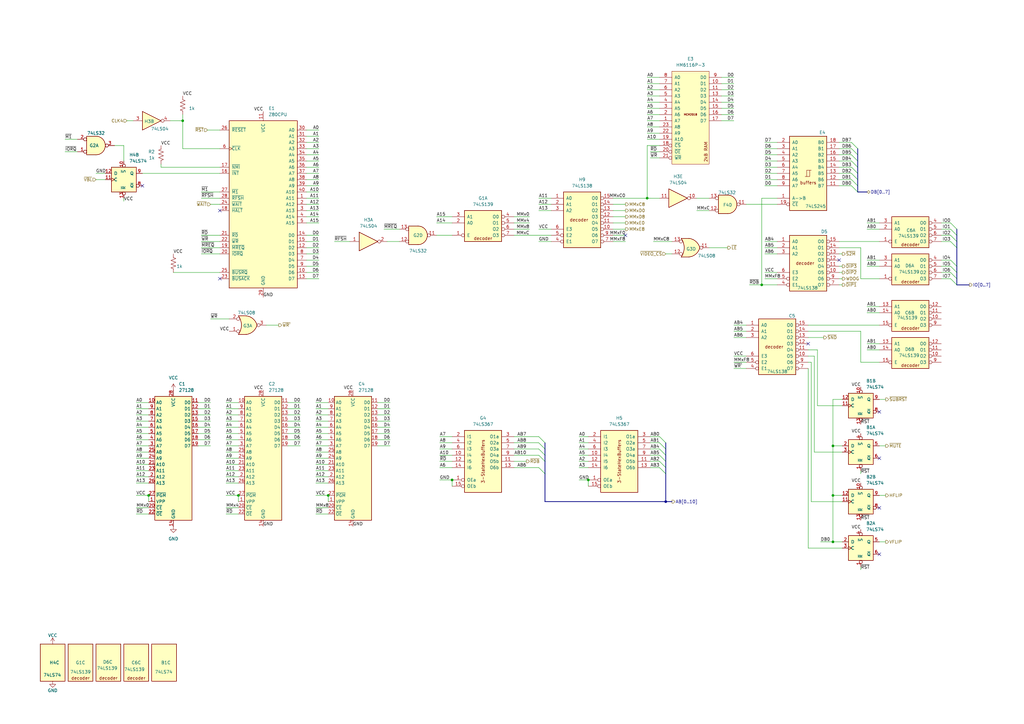
<source format=kicad_sch>
(kicad_sch (version 20231120) (generator "eeschema") (generator_version "8.0")
  (paper "A3")
  (title_block (title "Main CPU") (date "2024-10-12") (company "JOTEGO") (comment 1 "Jose Tejada"))
  (junction (at 341.63 203.2))
  (junction (at 341.63 182.88))
  (junction (at 312.42 116.84))
  (junction (at 134.62 203.2))
  (junction (at 273.05 205.74))
  (junction (at 97.79 203.2))
  (junction (at 265.43 81.28))
  (junction (at 341.63 222.25))
  (junction (at 74.93 49.53))
  (junction (at 241.3 196.85))
  (junction (at 60.96 203.2))
  (junction (at 185.42 196.85))
  (no_connect (at 256.54 96.52))
  (no_connect (at 360.68 208.28))
  (no_connect (at 90.17 86.36))
  (no_connect (at 360.68 227.33))
  (no_connect (at 58.42 76.2))
  (no_connect (at 90.17 114.3))
  (no_connect (at 360.68 168.91))
  (no_connect (at 360.68 187.96))
  (no_connect (at 344.17 106.68))
  (no_connect (at 331.47 140.97))
  (bus_entry (at 349.25 60.96) (size 2.54 2.54))
  (bus_entry (at 270.51 184.15) (size 2.54 2.54))
  (bus_entry (at 389.89 111.76) (size 2.54 2.54))
  (bus_entry (at 389.89 99.06) (size 2.54 2.54))
  (bus_entry (at 220.98 186.69) (size 2.54 2.54))
  (bus_entry (at 349.25 68.58) (size 2.54 2.54))
  (bus_entry (at 270.51 191.77) (size 2.54 2.54))
  (bus_entry (at 220.98 181.61) (size 2.54 2.54))
  (bus_entry (at 220.98 184.15) (size 2.54 2.54))
  (bus_entry (at 220.98 179.07) (size 2.54 2.54))
  (bus_entry (at 349.25 73.66) (size 2.54 2.54))
  (bus_entry (at 270.51 186.69) (size 2.54 2.54))
  (bus_entry (at 349.25 66.04) (size 2.54 2.54))
  (bus_entry (at 349.25 63.5) (size 2.54 2.54))
  (bus_entry (at 349.25 58.42) (size 2.54 2.54))
  (bus_entry (at 349.25 71.12) (size 2.54 2.54))
  (bus_entry (at 389.89 96.52) (size 2.54 2.54))
  (bus_entry (at 270.51 189.23) (size 2.54 2.54))
  (bus_entry (at 389.89 106.68) (size 2.54 2.54))
  (bus_entry (at 220.98 191.77) (size 2.54 2.54))
  (bus_entry (at 389.89 109.22) (size 2.54 2.54))
  (bus_entry (at 270.51 181.61) (size 2.54 2.54))
  (bus_entry (at 389.89 93.98) (size 2.54 2.54))
  (bus_entry (at 389.89 91.44) (size 2.54 2.54))
  (bus_entry (at 270.51 179.07) (size 2.54 2.54))
  (bus_entry (at 389.89 114.3) (size 2.54 2.54))
  (bus_entry (at 349.25 76.2) (size 2.54 2.54))
  (wire (pts (xy 273.05 104.14) (xy 275.59 104.14)))
  (wire (pts (xy 344.17 116.84) (xy 345.44 116.84)))
  (wire (pts (xy 355.6 109.22) (xy 360.68 109.22)))
  (wire (pts (xy 82.55 78.74) (xy 90.17 78.74)))
  (wire (pts (xy 300.99 133.35) (xy 306.07 133.35)))
  (wire (pts (xy 295.91 31.75) (xy 300.99 31.75)))
  (wire (pts (xy 318.77 66.04) (xy 313.69 66.04)))
  (wire (pts (xy 220.98 83.82) (xy 226.06 83.82)))
  (wire (pts (xy 210.82 91.44) (xy 217.17 91.44)))
  (wire (pts (xy 86.36 130.81) (xy 93.98 130.81)))
  (wire (pts (xy 180.34 191.77) (xy 185.42 191.77)))
  (wire (pts (xy 125.73 55.88) (xy 130.81 55.88)))
  (wire (pts (xy 97.79 195.58) (xy 92.71 195.58)))
  (bus (pts (xy 351.79 76.2) (xy 351.79 78.74)))
  (wire (pts (xy 154.94 170.18) (xy 160.02 170.18)))
  (wire (pts (xy 134.62 165.1) (xy 129.54 165.1)))
  (wire (pts (xy 355.6 140.97) (xy 360.68 140.97)))
  (wire (pts (xy 81.28 167.64) (xy 86.36 167.64)))
  (wire (pts (xy 300.99 146.05) (xy 306.07 146.05)))
  (wire (pts (xy 267.97 99.06) (xy 275.59 99.06)))
  (wire (pts (xy 60.96 172.72) (xy 55.88 172.72)))
  (wire (pts (xy 134.62 172.72) (xy 129.54 172.72)))
  (wire (pts (xy 344.17 104.14) (xy 345.44 104.14)))
  (wire (pts (xy 355.6 106.68) (xy 360.68 106.68)))
  (wire (pts (xy 82.55 101.6) (xy 90.17 101.6)))
  (wire (pts (xy 210.82 191.77) (xy 220.98 191.77)))
  (wire (pts (xy 295.91 41.91) (xy 300.99 41.91)))
  (bus (pts (xy 392.43 93.98) (xy 392.43 96.52)))
  (wire (pts (xy 97.79 180.34) (xy 92.71 180.34)))
  (wire (pts (xy 270.51 41.91) (xy 265.43 41.91)))
  (wire (pts (xy 134.62 198.12) (xy 129.54 198.12)))
  (wire (pts (xy 39.37 71.12) (xy 43.18 71.12)))
  (wire (pts (xy 266.7 179.07) (xy 270.51 179.07)))
  (wire (pts (xy 97.79 185.42) (xy 92.71 185.42)))
  (wire (pts (xy 55.88 203.2) (xy 60.96 203.2)))
  (wire (pts (xy 355.6 128.27) (xy 360.68 128.27)))
  (wire (pts (xy 154.94 182.88) (xy 160.02 182.88)))
  (wire (pts (xy 134.62 195.58) (xy 129.54 195.58)))
  (wire (pts (xy 270.51 31.75) (xy 265.43 31.75)))
  (wire (pts (xy 60.96 198.12) (xy 55.88 198.12)))
  (wire (pts (xy 179.07 88.9) (xy 185.42 88.9)))
  (wire (pts (xy 74.93 46.99) (xy 74.93 49.53)))
  (wire (pts (xy 300.99 138.43) (xy 306.07 138.43)))
  (wire (pts (xy 331.47 224.79) (xy 345.44 224.79)))
  (wire (pts (xy 313.69 101.6) (xy 318.77 101.6)))
  (wire (pts (xy 60.96 177.8) (xy 55.88 177.8)))
  (bus (pts (xy 355.6 78.74) (xy 351.79 78.74)))
  (wire (pts (xy 386.08 109.22) (xy 389.89 109.22)))
  (wire (pts (xy 210.82 179.07) (xy 220.98 179.07)))
  (wire (pts (xy 300.99 148.59) (xy 306.07 148.59)))
  (wire (pts (xy 318.77 73.66) (xy 313.69 73.66)))
  (wire (pts (xy 81.28 182.88) (xy 86.36 182.88)))
  (wire (pts (xy 270.51 52.07) (xy 265.43 52.07)))
  (bus (pts (xy 223.52 184.15) (xy 223.52 186.69)))
  (wire (pts (xy 60.96 190.5) (xy 55.88 190.5)))
  (wire (pts (xy 60.96 182.88) (xy 55.88 182.88)))
  (wire (pts (xy 353.06 148.59) (xy 360.68 148.59)))
  (wire (pts (xy 295.91 49.53) (xy 300.99 49.53)))
  (wire (pts (xy 60.96 180.34) (xy 55.88 180.34)))
  (wire (pts (xy 97.79 203.2) (xy 97.79 205.74)))
  (wire (pts (xy 134.62 187.96) (xy 129.54 187.96)))
  (wire (pts (xy 270.51 39.37) (xy 265.43 39.37)))
  (bus (pts (xy 351.79 68.58) (xy 351.79 71.12)))
  (wire (pts (xy 344.17 114.3) (xy 345.44 114.3)))
  (wire (pts (xy 86.36 83.82) (xy 90.17 83.82)))
  (wire (pts (xy 134.62 182.88) (xy 129.54 182.88)))
  (wire (pts (xy 318.77 63.5) (xy 313.69 63.5)))
  (bus (pts (xy 351.79 60.96) (xy 351.79 63.5)))
  (bus (pts (xy 273.05 189.23) (xy 273.05 191.77)))
  (wire (pts (xy 210.82 88.9) (xy 217.17 88.9)))
  (wire (pts (xy 318.77 60.96) (xy 313.69 60.96)))
  (wire (pts (xy 154.94 172.72) (xy 160.02 172.72)))
  (wire (pts (xy 97.79 177.8) (xy 92.71 177.8)))
  (wire (pts (xy 97.79 190.5) (xy 92.71 190.5)))
  (wire (pts (xy 81.28 170.18) (xy 86.36 170.18)))
  (wire (pts (xy 97.79 170.18) (xy 92.71 170.18)))
  (wire (pts (xy 331.47 133.35) (xy 360.68 133.35)))
  (wire (pts (xy 97.79 182.88) (xy 92.71 182.88)))
  (wire (pts (xy 97.79 175.26) (xy 92.71 175.26)))
  (wire (pts (xy 266.7 189.23) (xy 270.51 189.23)))
  (wire (pts (xy 318.77 76.2) (xy 313.69 76.2)))
  (wire (pts (xy 353.06 114.3) (xy 360.68 114.3)))
  (bus (pts (xy 392.43 99.06) (xy 392.43 101.6)))
  (wire (pts (xy 345.44 203.2) (xy 341.63 203.2)))
  (wire (pts (xy 118.11 182.88) (xy 123.19 182.88)))
  (wire (pts (xy 60.96 193.04) (xy 55.88 193.04)))
  (wire (pts (xy 39.37 73.66) (xy 43.18 73.66)))
  (wire (pts (xy 210.82 186.69) (xy 220.98 186.69)))
  (wire (pts (xy 125.73 99.06) (xy 130.81 99.06)))
  (wire (pts (xy 81.28 172.72) (xy 86.36 172.72)))
  (wire (pts (xy 334.01 185.42) (xy 345.44 185.42)))
  (wire (pts (xy 251.46 83.82) (xy 256.54 83.82)))
  (bus (pts (xy 273.05 184.15) (xy 273.05 186.69)))
  (bus (pts (xy 273.05 205.74) (xy 275.59 205.74)))
  (wire (pts (xy 332.74 205.74) (xy 345.44 205.74)))
  (wire (pts (xy 134.62 170.18) (xy 129.54 170.18)))
  (wire (pts (xy 58.42 71.12) (xy 90.17 71.12)))
  (wire (pts (xy 134.62 185.42) (xy 129.54 185.42)))
  (wire (pts (xy 251.46 91.44) (xy 256.54 91.44)))
  (wire (pts (xy 180.34 189.23) (xy 185.42 189.23)))
  (wire (pts (xy 344.17 99.06) (xy 360.68 99.06)))
  (wire (pts (xy 318.77 68.58) (xy 313.69 68.58)))
  (wire (pts (xy 344.17 111.76) (xy 345.44 111.76)))
  (wire (pts (xy 118.11 170.18) (xy 123.19 170.18)))
  (wire (pts (xy 318.77 58.42) (xy 313.69 58.42)))
  (wire (pts (xy 129.54 208.28) (xy 134.62 208.28)))
  (wire (pts (xy 220.98 99.06) (xy 226.06 99.06)))
  (wire (pts (xy 300.99 151.13) (xy 306.07 151.13)))
  (wire (pts (xy 81.28 165.1) (xy 86.36 165.1)))
  (wire (pts (xy 237.49 179.07) (xy 241.3 179.07)))
  (wire (pts (xy 85.09 53.34) (xy 90.17 53.34)))
  (wire (pts (xy 134.62 180.34) (xy 129.54 180.34)))
  (wire (pts (xy 270.51 57.15) (xy 265.43 57.15)))
  (wire (pts (xy 97.79 198.12) (xy 92.71 198.12)))
  (wire (pts (xy 66.04 67.31) (xy 66.04 68.58)))
  (wire (pts (xy 251.46 81.28) (xy 265.43 81.28)))
  (bus (pts (xy 273.05 191.77) (xy 273.05 194.31)))
  (wire (pts (xy 331.47 138.43) (xy 337.82 138.43)))
  (wire (pts (xy 344.17 109.22) (xy 345.44 109.22)))
  (wire (pts (xy 97.79 165.1) (xy 92.71 165.1)))
  (wire (pts (xy 125.73 60.96) (xy 130.81 60.96)))
  (wire (pts (xy 69.85 49.53) (xy 74.93 49.53)))
  (wire (pts (xy 118.11 172.72) (xy 123.19 172.72)))
  (wire (pts (xy 220.98 86.36) (xy 226.06 86.36)))
  (wire (pts (xy 50.8 82.55) (xy 50.8 81.28)))
  (wire (pts (xy 179.07 91.44) (xy 185.42 91.44)))
  (wire (pts (xy 154.94 177.8) (xy 160.02 177.8)))
  (wire (pts (xy 125.73 83.82) (xy 130.81 83.82)))
  (wire (pts (xy 266.7 64.77) (xy 270.51 64.77)))
  (wire (pts (xy 125.73 71.12) (xy 130.81 71.12)))
  (wire (pts (xy 97.79 167.64) (xy 92.71 167.64)))
  (wire (pts (xy 134.62 190.5) (xy 129.54 190.5)))
  (wire (pts (xy 125.73 96.52) (xy 130.81 96.52)))
  (wire (pts (xy 82.55 81.28) (xy 90.17 81.28)))
  (wire (pts (xy 251.46 96.52) (xy 256.54 96.52)))
  (bus (pts (xy 273.05 181.61) (xy 273.05 184.15)))
  (wire (pts (xy 353.06 101.6) (xy 353.06 114.3)))
  (wire (pts (xy 180.34 181.61) (xy 185.42 181.61)))
  (bus (pts (xy 351.79 63.5) (xy 351.79 66.04)))
  (wire (pts (xy 125.73 63.5) (xy 130.81 63.5)))
  (wire (pts (xy 344.17 68.58) (xy 349.25 68.58)))
  (wire (pts (xy 335.28 166.37) (xy 345.44 166.37)))
  (wire (pts (xy 125.73 109.22) (xy 130.81 109.22)))
  (wire (pts (xy 237.49 196.85) (xy 241.3 196.85)))
  (wire (pts (xy 118.11 165.1) (xy 123.19 165.1)))
  (wire (pts (xy 386.08 106.68) (xy 389.89 106.68)))
  (wire (pts (xy 386.08 99.06) (xy 389.89 99.06)))
  (wire (pts (xy 180.34 196.85) (xy 185.42 196.85)))
  (wire (pts (xy 220.98 81.28) (xy 226.06 81.28)))
  (bus (pts (xy 392.43 111.76) (xy 392.43 114.3)))
  (wire (pts (xy 60.96 165.1) (xy 55.88 165.1)))
  (wire (pts (xy 60.96 187.96) (xy 55.88 187.96)))
  (wire (pts (xy 92.71 210.82) (xy 97.79 210.82)))
  (wire (pts (xy 154.94 165.1) (xy 160.02 165.1)))
  (wire (pts (xy 180.34 186.69) (xy 185.42 186.69)))
  (bus (pts (xy 223.52 189.23) (xy 223.52 194.31)))
  (bus (pts (xy 223.52 186.69) (xy 223.52 189.23)))
  (wire (pts (xy 295.91 36.83) (xy 300.99 36.83)))
  (bus (pts (xy 392.43 114.3) (xy 392.43 116.84)))
  (wire (pts (xy 341.63 182.88) (xy 341.63 203.2)))
  (wire (pts (xy 237.49 181.61) (xy 241.3 181.61)))
  (wire (pts (xy 266.7 181.61) (xy 270.51 181.61)))
  (wire (pts (xy 332.74 148.59) (xy 331.47 148.59)))
  (wire (pts (xy 265.43 81.28) (xy 270.51 81.28)))
  (wire (pts (xy 344.17 63.5) (xy 349.25 63.5)))
  (wire (pts (xy 82.55 99.06) (xy 90.17 99.06)))
  (wire (pts (xy 74.93 60.96) (xy 90.17 60.96)))
  (wire (pts (xy 266.7 191.77) (xy 270.51 191.77)))
  (wire (pts (xy 210.82 96.52) (xy 226.06 96.52)))
  (wire (pts (xy 331.47 151.13) (xy 331.47 224.79)))
  (wire (pts (xy 285.75 81.28) (xy 290.83 81.28)))
  (wire (pts (xy 134.62 177.8) (xy 129.54 177.8)))
  (wire (pts (xy 241.3 196.85) (xy 241.3 199.39)))
  (wire (pts (xy 82.55 104.14) (xy 90.17 104.14)))
  (wire (pts (xy 50.8 59.69) (xy 46.99 59.69)))
  (wire (pts (xy 55.88 208.28) (xy 60.96 208.28)))
  (wire (pts (xy 97.79 187.96) (xy 92.71 187.96)))
  (wire (pts (xy 125.73 68.58) (xy 130.81 68.58)))
  (wire (pts (xy 312.42 116.84) (xy 318.77 116.84)))
  (wire (pts (xy 60.96 185.42) (xy 55.88 185.42)))
  (bus (pts (xy 392.43 96.52) (xy 392.43 99.06)))
  (wire (pts (xy 313.69 111.76) (xy 318.77 111.76)))
  (wire (pts (xy 295.91 34.29) (xy 300.99 34.29)))
  (wire (pts (xy 360.68 182.88) (xy 363.22 182.88)))
  (wire (pts (xy 125.73 86.36) (xy 130.81 86.36)))
  (wire (pts (xy 360.68 222.25) (xy 363.22 222.25)))
  (bus (pts (xy 273.05 186.69) (xy 273.05 189.23)))
  (wire (pts (xy 125.73 114.3) (xy 130.81 114.3)))
  (wire (pts (xy 210.82 93.98) (xy 217.17 93.98)))
  (wire (pts (xy 344.17 58.42) (xy 349.25 58.42)))
  (wire (pts (xy 344.17 66.04) (xy 349.25 66.04)))
  (wire (pts (xy 134.62 167.64) (xy 129.54 167.64)))
  (wire (pts (xy 344.17 101.6) (xy 353.06 101.6)))
  (wire (pts (xy 312.42 81.28) (xy 312.42 116.84)))
  (wire (pts (xy 353.06 135.89) (xy 353.06 148.59)))
  (wire (pts (xy 295.91 44.45) (xy 300.99 44.45)))
  (wire (pts (xy 60.96 170.18) (xy 55.88 170.18)))
  (wire (pts (xy 60.96 167.64) (xy 55.88 167.64)))
  (wire (pts (xy 81.28 180.34) (xy 86.36 180.34)))
  (wire (pts (xy 26.67 62.23) (xy 31.75 62.23)))
  (wire (pts (xy 125.73 91.44) (xy 130.81 91.44)))
  (wire (pts (xy 265.43 59.69) (xy 265.43 81.28)))
  (wire (pts (xy 386.08 93.98) (xy 389.89 93.98)))
  (wire (pts (xy 266.7 62.23) (xy 270.51 62.23)))
  (bus (pts (xy 223.52 194.31) (xy 223.52 205.74)))
  (wire (pts (xy 129.54 210.82) (xy 134.62 210.82)))
  (wire (pts (xy 251.46 99.06) (xy 256.54 99.06)))
  (wire (pts (xy 355.6 125.73) (xy 360.68 125.73)))
  (wire (pts (xy 125.73 88.9) (xy 130.81 88.9)))
  (wire (pts (xy 251.46 88.9) (xy 256.54 88.9)))
  (wire (pts (xy 81.28 175.26) (xy 86.36 175.26)))
  (wire (pts (xy 344.17 76.2) (xy 349.25 76.2)))
  (bus (pts (xy 392.43 116.84) (xy 397.51 116.84)))
  (wire (pts (xy 71.12 111.76) (xy 90.17 111.76)))
  (wire (pts (xy 313.69 114.3) (xy 318.77 114.3)))
  (wire (pts (xy 341.63 222.25) (xy 345.44 222.25)))
  (wire (pts (xy 125.73 66.04) (xy 130.81 66.04)))
  (wire (pts (xy 334.01 146.05) (xy 334.01 185.42)))
  (wire (pts (xy 270.51 36.83) (xy 265.43 36.83)))
  (wire (pts (xy 158.75 99.06) (xy 163.83 99.06)))
  (wire (pts (xy 210.82 184.15) (xy 220.98 184.15)))
  (wire (pts (xy 270.51 34.29) (xy 265.43 34.29)))
  (wire (pts (xy 210.82 189.23) (xy 215.9 189.23)))
  (wire (pts (xy 336.55 222.25) (xy 341.63 222.25)))
  (wire (pts (xy 295.91 39.37) (xy 300.99 39.37)))
  (wire (pts (xy 332.74 148.59) (xy 332.74 205.74)))
  (wire (pts (xy 125.73 73.66) (xy 130.81 73.66)))
  (wire (pts (xy 118.11 167.64) (xy 123.19 167.64)))
  (wire (pts (xy 137.16 99.06) (xy 143.51 99.06)))
  (wire (pts (xy 118.11 180.34) (xy 123.19 180.34)))
  (wire (pts (xy 300.99 135.89) (xy 306.07 135.89)))
  (wire (pts (xy 154.94 180.34) (xy 160.02 180.34)))
  (wire (pts (xy 66.04 68.58) (xy 90.17 68.58)))
  (wire (pts (xy 341.63 182.88) (xy 345.44 182.88)))
  (bus (pts (xy 351.79 73.66) (xy 351.79 76.2)))
  (wire (pts (xy 125.73 58.42) (xy 130.81 58.42)))
  (wire (pts (xy 82.55 96.52) (xy 90.17 96.52)))
  (wire (pts (xy 386.08 91.44) (xy 389.89 91.44)))
  (wire (pts (xy 109.22 133.35) (xy 114.3 133.35)))
  (wire (pts (xy 50.8 59.69) (xy 50.8 66.04)))
  (bus (pts (xy 392.43 109.22) (xy 392.43 111.76)))
  (wire (pts (xy 125.73 106.68) (xy 130.81 106.68)))
  (wire (pts (xy 134.62 193.04) (xy 129.54 193.04)))
  (wire (pts (xy 270.51 54.61) (xy 265.43 54.61)))
  (wire (pts (xy 313.69 104.14) (xy 318.77 104.14)))
  (wire (pts (xy 237.49 186.69) (xy 241.3 186.69)))
  (wire (pts (xy 386.08 114.3) (xy 389.89 114.3)))
  (bus (pts (xy 351.79 71.12) (xy 351.79 73.66)))
  (wire (pts (xy 60.96 203.2) (xy 60.96 205.74)))
  (wire (pts (xy 134.62 175.26) (xy 129.54 175.26)))
  (wire (pts (xy 270.51 49.53) (xy 265.43 49.53)))
  (wire (pts (xy 210.82 181.61) (xy 220.98 181.61)))
  (wire (pts (xy 179.07 96.52) (xy 185.42 96.52)))
  (wire (pts (xy 220.98 93.98) (xy 226.06 93.98)))
  (wire (pts (xy 92.71 203.2) (xy 97.79 203.2)))
  (wire (pts (xy 74.93 49.53) (xy 74.93 60.96)))
  (wire (pts (xy 118.11 177.8) (xy 123.19 177.8)))
  (wire (pts (xy 60.96 175.26) (xy 55.88 175.26)))
  (wire (pts (xy 353.06 194.31) (xy 353.06 193.04)))
  (wire (pts (xy 237.49 189.23) (xy 241.3 189.23)))
  (wire (pts (xy 154.94 175.26) (xy 160.02 175.26)))
  (wire (pts (xy 285.75 86.36) (xy 290.83 86.36)))
  (wire (pts (xy 318.77 81.28) (xy 312.42 81.28)))
  (wire (pts (xy 335.28 143.51) (xy 335.28 166.37)))
  (wire (pts (xy 125.73 78.74) (xy 130.81 78.74)))
  (wire (pts (xy 318.77 71.12) (xy 313.69 71.12)))
  (wire (pts (xy 306.07 83.82) (xy 318.77 83.82)))
  (wire (pts (xy 386.08 96.52) (xy 389.89 96.52)))
  (wire (pts (xy 185.42 196.85) (xy 185.42 199.39)))
  (wire (pts (xy 125.73 81.28) (xy 130.81 81.28)))
  (wire (pts (xy 180.34 184.15) (xy 185.42 184.15)))
  (wire (pts (xy 81.28 177.8) (xy 86.36 177.8)))
  (bus (pts (xy 223.52 181.61) (xy 223.52 184.15)))
  (wire (pts (xy 353.06 233.68) (xy 353.06 232.41)))
  (wire (pts (xy 134.62 203.2) (xy 134.62 205.74)))
  (wire (pts (xy 331.47 146.05) (xy 334.01 146.05)))
  (wire (pts (xy 154.94 167.64) (xy 160.02 167.64)))
  (wire (pts (xy 386.08 111.76) (xy 389.89 111.76)))
  (wire (pts (xy 313.69 99.06) (xy 318.77 99.06)))
  (wire (pts (xy 97.79 172.72) (xy 92.71 172.72)))
  (wire (pts (xy 55.88 210.82) (xy 60.96 210.82)))
  (wire (pts (xy 360.68 203.2) (xy 363.22 203.2)))
  (wire (pts (xy 157.48 93.98) (xy 163.83 93.98)))
  (bus (pts (xy 273.05 194.31) (xy 273.05 205.74)))
  (wire (pts (xy 266.7 184.15) (xy 270.51 184.15)))
  (wire (pts (xy 345.44 163.83) (xy 341.63 163.83)))
  (wire (pts (xy 331.47 143.51) (xy 335.28 143.51)))
  (bus (pts (xy 392.43 101.6) (xy 392.43 109.22)))
  (wire (pts (xy 251.46 93.98) (xy 256.54 93.98)))
  (wire (pts (xy 355.6 93.98) (xy 360.68 93.98)))
  (wire (pts (xy 125.73 104.14) (xy 130.81 104.14)))
  (wire (pts (xy 355.6 143.51) (xy 360.68 143.51)))
  (wire (pts (xy 295.91 46.99) (xy 300.99 46.99)))
  (wire (pts (xy 26.67 57.15) (xy 31.75 57.15)))
  (wire (pts (xy 237.49 184.15) (xy 241.3 184.15)))
  (wire (pts (xy 251.46 86.36) (xy 256.54 86.36)))
  (wire (pts (xy 237.49 191.77) (xy 241.3 191.77)))
  (wire (pts (xy 341.63 163.83) (xy 341.63 182.88)))
  (wire (pts (xy 52.07 49.53) (xy 54.61 49.53)))
  (wire (pts (xy 92.71 208.28) (xy 97.79 208.28)))
  (wire (pts (xy 331.47 135.89) (xy 353.06 135.89)))
  (wire (pts (xy 118.11 175.26) (xy 123.19 175.26)))
  (wire (pts (xy 129.54 203.2) (xy 134.62 203.2)))
  (bus (pts (xy 223.52 205.74) (xy 273.05 205.74)))
  (wire (pts (xy 270.51 59.69) (xy 265.43 59.69)))
  (wire (pts (xy 125.73 76.2) (xy 130.81 76.2)))
  (wire (pts (xy 360.68 163.83) (xy 363.22 163.83)))
  (wire (pts (xy 355.6 91.44) (xy 360.68 91.44)))
  (wire (pts (xy 270.51 46.99) (xy 265.43 46.99)))
  (wire (pts (xy 97.79 193.04) (xy 92.71 193.04)))
  (wire (pts (xy 266.7 186.69) (xy 270.51 186.69)))
  (wire (pts (xy 270.51 44.45) (xy 265.43 44.45)))
  (wire (pts (xy 125.73 53.34) (xy 130.81 53.34)))
  (wire (pts (xy 307.34 116.84) (xy 312.42 116.84)))
  (bus (pts (xy 351.79 66.04) (xy 351.79 68.58)))
  (wire (pts (xy 344.17 71.12) (xy 349.25 71.12)))
  (wire (pts (xy 125.73 101.6) (xy 130.81 101.6)))
  (wire (pts (xy 60.96 195.58) (xy 55.88 195.58)))
  (wire (pts (xy 290.83 101.6) (xy 298.45 101.6)))
  (wire (pts (xy 344.17 73.66) (xy 349.25 73.66)))
  (wire (pts (xy 180.34 179.07) (xy 185.42 179.07)))
  (wire (pts (xy 344.17 60.96) (xy 349.25 60.96)))
  (wire (pts (xy 125.73 111.76) (xy 130.81 111.76)))
  (wire (pts (xy 341.63 203.2) (xy 341.63 222.25)))
  (label "A10" (at 180.34 186.69 0))
  (label "AB8" (at 215.9 181.61 180))
  (label "AB1" (at 355.6 91.44 0))
  (label "GND" (at 107.95 121.92 0))
  (label "A4" (at 92.71 175.26 0))
  (label "D6" (at 123.19 180.34 180))
  (label "A13" (at 129.54 198.12 0))
  (label "A2" (at 130.81 58.42 180))
  (label "~{RD}" (at 55.88 210.82 0))
  (label "A6" (at 92.71 180.34 0))
  (label "A7" (at 92.71 182.88 0))
  (label "~{MREQ}" (at 82.55 101.6 0))
  (label "A8" (at 129.54 185.42 0))
  (label "MMx0" (at 217.17 88.9 180))
  (label "D2" (at 123.19 170.18 180))
  (label "AB0" (at 355.6 93.98 0))
  (label "A5" (at 129.54 177.8 0))
  (label "MMxF8" (at 256.54 99.06 180))
  (label "A8" (at 92.71 185.42 0))
  (label "AB4" (at 313.69 99.06 0))
  (label "MMx0" (at 55.88 208.28 0))
  (label "D0" (at 123.19 165.1 180))
  (label "A10" (at 55.88 190.5 0))
  (label "D2" (at 300.99 36.83 180))
  (label "~{RFSH}" (at 137.16 99.06 0))
  (label "VCC" (at 220.98 93.98 0))
  (label "A2" (at 129.54 170.18 0))
  (label "AB5" (at 300.99 135.89 0))
  (label "VCC" (at 313.69 111.76 0))
  (label "D5" (at 130.81 109.22 180))
  (label "D5" (at 160.02 177.8 180))
  (label "MMx4" (at 217.17 91.44 180))
  (label "AB1" (at 270.51 181.61 180))
  (label "GND" (at 220.98 99.06 0))
  (label "AB0" (at 355.6 109.22 0))
  (label "A4" (at 265.43 41.91 0))
  (label "MMx8" (at 129.54 208.28 0))
  (label "IO3" (at 389.89 99.06 180))
  (label "AB7" (at 215.9 179.07 180))
  (label "A4" (at 130.81 63.5 180))
  (label "~{M1}" (at 82.55 78.74 0))
  (label "A5" (at 237.49 186.69 0))
  (label "A1" (at 55.88 167.64 0))
  (label "GND" (at 39.37 71.12 0))
  (label "A4" (at 237.49 184.15 0))
  (label "A7" (at 265.43 49.53 0))
  (label "MMx8" (at 217.17 93.98 180))
  (label "D6" (at 313.69 60.96 0))
  (label "D1" (at 300.99 34.29 180))
  (label "AB2" (at 270.51 189.23 180))
  (label "D0" (at 130.81 96.52 180))
  (label "MMxF0" (at 256.54 96.52 180))
  (label "AB4" (at 270.51 184.15 180))
  (label "A2" (at 55.88 170.18 0))
  (label "A9" (at 130.81 76.2 180))
  (label "MMxF8" (at 300.99 148.59 0))
  (label "VCC" (at 129.54 203.2 0))
  (label "A12" (at 92.71 195.58 0))
  (label "A8" (at 55.88 185.42 0))
  (label "A0" (at 129.54 165.1 0))
  (label "~{RD}" (at 129.54 210.82 0))
  (label "AB0" (at 270.51 179.07 180))
  (label "DB4" (at 349.25 66.04 180))
  (label "A11" (at 130.81 81.28 180))
  (label "~{RST}" (at 353.06 213.36 0))
  (label "A6" (at 55.88 180.34 0))
  (label "D3" (at 313.69 68.58 0))
  (label "VCC" (at 50.8 82.55 0))
  (label "AB5" (at 270.51 186.69 180))
  (label "VCC" (at 55.88 203.2 0))
  (label "A5" (at 130.81 66.04 180))
  (label "MMxC8" (at 267.97 99.06 0))
  (label "D0" (at 160.02 165.1 180))
  (label "A3" (at 130.81 60.96 180))
  (label "A1" (at 92.71 167.64 0))
  (label "A14" (at 179.07 91.44 0))
  (label "D6" (at 86.36 180.34 180))
  (label "A1" (at 237.49 181.61 0))
  (label "A6" (at 129.54 180.34 0))
  (label "A9" (at 55.88 187.96 0))
  (label "D4" (at 300.99 41.91 180))
  (label "~{RD}" (at 266.7 62.23 0))
  (label "IO4" (at 389.89 106.68 180))
  (label "DB5" (at 349.25 63.5 180))
  (label "MMxC" (at 217.17 96.52 180))
  (label "VCC" (at 107.95 45.72 180))
  (label "D3" (at 130.81 104.14 180))
  (label "D6" (at 160.02 180.34 180))
  (label "D1" (at 313.69 73.66 0))
  (label "A9" (at 265.43 54.61 0))
  (label "A5" (at 92.71 177.8 0))
  (label "D1" (at 160.02 167.64 180))
  (label "A3" (at 92.71 172.72 0))
  (label "D4" (at 313.69 66.04 0))
  (label "D0" (at 313.69 76.2 0))
  (label "A6" (at 265.43 46.99 0))
  (label "D7" (at 86.36 182.88 180))
  (label "A7" (at 129.54 182.88 0))
  (label "GND" (at 144.78 215.9 0))
  (label "AB4" (at 300.99 133.35 0))
  (label "A13" (at 92.71 198.12 0))
  (label "~{MREQ}" (at 157.48 93.98 0))
  (label "VCC" (at 93.98 135.89 180))
  (label "A13" (at 130.81 86.36 180))
  (label "A3" (at 237.49 191.77 0))
  (label "A9" (at 129.54 187.96 0))
  (label "D3" (at 86.36 172.72 180))
  (label "D2" (at 86.36 170.18 180))
  (label "D7" (at 130.81 114.3 180))
  (label "A8" (at 180.34 181.61 0))
  (label "VCC" (at 71.12 104.14 0))
  (label "DB0" (at 349.25 76.2 180))
  (label "A11" (at 220.98 81.28 0))
  (label "D7" (at 123.19 182.88 180))
  (label "AB6" (at 215.9 191.77 180))
  (label "A12" (at 55.88 195.58 0))
  (label "A0" (at 265.43 31.75 0))
  (label "AB6" (at 313.69 104.14 0))
  (label "A0" (at 92.71 165.1 0))
  (label "A15" (at 179.07 88.9 0))
  (label "~{M1}" (at 26.67 57.15 0))
  (label "A1" (at 265.43 34.29 0))
  (label "IO5" (at 389.89 109.22 180))
  (label "A13" (at 220.98 86.36 0))
  (label "DB1" (at 349.25 73.66 180))
  (label "A5" (at 55.88 177.8 0))
  (label "A4" (at 55.88 175.26 0))
  (label "D3" (at 300.99 39.37 180))
  (label "AB0" (at 355.6 143.51 0))
  (label "D1" (at 86.36 167.64 180))
  (label "D1" (at 123.19 167.64 180))
  (label "VCC" (at 300.99 146.05 0))
  (label "GND" (at 180.34 196.85 0))
  (label "VCC" (at 107.95 160.02 180))
  (label "MMxC" (at 285.75 86.36 0))
  (label "D1" (at 130.81 99.06 180))
  (label "D7" (at 313.69 58.42 0))
  (label "A12" (at 220.98 83.82 0))
  (label "A10" (at 129.54 190.5 0))
  (label "D0" (at 300.99 31.75 180))
  (label "A7" (at 55.88 182.88 0))
  (label "D4" (at 130.81 106.68 180))
  (label "A3" (at 129.54 172.72 0))
  (label "IO1" (at 389.89 93.98 180))
  (label "VCC" (at 144.78 160.02 180))
  (label "A10" (at 265.43 57.15 0))
  (label "AB9" (at 215.9 184.15 180))
  (label "D0" (at 86.36 165.1 180))
  (label "IO2" (at 389.89 96.52 180))
  (label "~{WR}" (at 86.36 130.81 0))
  (label "IO6" (at 389.89 111.76 180))
  (label "A12" (at 129.54 195.58 0))
  (label "~{RST}" (at 353.06 173.99 0))
  (label "D4" (at 160.02 175.26 180))
  (label "IO7" (at 389.89 114.3 180))
  (label "AB0" (at 355.6 128.27 0))
  (label "AB10" (at 215.9 186.69 180))
  (label "A2" (at 265.43 36.83 0))
  (label "A13" (at 55.88 198.12 0))
  (label "A0" (at 237.49 179.07 0))
  (label "D5" (at 300.99 44.45 180))
  (label "A12" (at 130.81 83.82 180))
  (label "A0" (at 55.88 165.1 0))
  (label "~{RDB}" (at 307.34 116.84 0))
  (label "D7" (at 300.99 49.53 180))
  (label "A10" (at 130.81 78.74 180))
  (label "GND" (at 237.49 196.85 0))
  (label "~{RD}" (at 82.55 96.52 0))
  (label "A1" (at 129.54 167.64 0))
  (label "A7" (at 180.34 179.07 0))
  (label "AB6" (at 300.99 138.43 0))
  (label "A6" (at 180.34 191.77 0))
  (label "A2" (at 237.49 189.23 0))
  (label "VCC" (at 74.93 39.37 0))
  (label "A8" (at 130.81 73.66 180))
  (label "~{RST}" (at 353.06 194.31 0))
  (label "D2" (at 313.69 71.12 0))
  (label "D7" (at 160.02 182.88 180))
  (label "~{IORQ}" (at 82.55 104.14 0))
  (label "D2" (at 130.81 101.6 180))
  (label "~{WR}" (at 82.55 99.06 0))
  (label "VCC" (at 353.06 217.17 180))
  (label "~{WR}" (at 266.7 64.77 0))
  (label "A15" (at 130.81 91.44 180))
  (label "A2" (at 92.71 170.18 0))
  (label "D5" (at 86.36 177.8 180))
  (label "GND" (at 107.95 215.9 0))
  (label "D5" (at 313.69 63.5 0))
  (label "~{RST}" (at 353.06 233.68 0))
  (label "AB5" (at 313.69 101.6 0))
  (label "A10" (at 92.71 190.5 0))
  (label "D3" (at 160.02 172.72 180))
  (label "A4" (at 129.54 175.26 0))
  (label "~{RFSH}" (at 82.55 81.28 0))
  (label "A11" (at 92.71 193.04 0))
  (label "A1" (at 130.81 55.88 180))
  (label "A6" (at 130.81 68.58 180))
  (label "D4" (at 86.36 175.26 180))
  (label "DB7" (at 349.25 58.42 180))
  (label "AB1" (at 355.6 125.73 0))
  (label "A9" (at 92.71 187.96 0))
  (label "DB2" (at 349.25 71.12 180))
  (label "DB3" (at 349.25 68.58 180))
  (label "D3" (at 123.19 172.72 180))
  (label "~{IORQ}" (at 26.67 62.23 0))
  (label "A7" (at 130.81 71.12 180))
  (label "MMx4" (at 92.71 208.28 0))
  (label "D6" (at 300.99 46.99 180))
  (label "AB1" (at 355.6 106.68 0))
  (label "D2" (at 160.02 170.18 180))
  (label "A5" (at 265.43 44.45 0))
  (label "VCC" (at 353.06 177.8 180))
  (label "A11" (at 129.54 193.04 0))
  (label "A3" (at 55.88 172.72 0))
  (label "D4" (at 123.19 175.26 180))
  (label "DB0" (at 336.55 222.25 0))
  (label "A8" (at 265.43 52.07 0))
  (label "VCC" (at 66.04 59.69 0))
  (label "VCC" (at 92.71 203.2 0))
  (label "MMxF8" (at 313.69 114.3 0))
  (label "AB3" (at 270.51 191.77 180))
  (label "VCC" (at 353.06 198.12 180))
  (label "A14" (at 130.81 88.9 180))
  (label "~{RD}" (at 180.34 189.23 0))
  (label "A3" (at 265.43 39.37 0))
  (label "D5" (at 123.19 177.8 180))
  (label "A9" (at 180.34 184.15 0))
  (label "DB6" (at 349.25 60.96 180))
  (label "A0" (at 130.81 53.34 180))
  (label "MMxC0" (at 256.54 81.28 180))
  (label "A11" (at 55.88 193.04 0))
  (label "~{WR'}" (at 300.99 151.13 0))
  (label "IO0" (at 389.89 91.44 180))
  (label "VCC" (at 353.06 158.75 180))
  (label "~{RD}" (at 92.71 210.82 0))
  (label "D6" (at 130.81 111.76 180))
  (label "AB1" (at 355.6 140.97 0))
  (hierarchical_label "~{RST}" (shape input) (at 85.09 53.34 180))
  (hierarchical_label "~{SND}" (shape output) (at 337.82 138.43 0))
  (hierarchical_label "~{WAIT}" (shape input) (at 86.36 83.82 180))
  (hierarchical_label "AB[0..10]" (shape output) (at 275.59 205.74 0))
  (hierarchical_label "DB[0..7]" (shape bidirectional) (at 355.6 78.74 0))
  (hierarchical_label "~{MUTE}" (shape output) (at 363.22 182.88 0))
  (hierarchical_label "CLK4" (shape input) (at 52.07 49.53 180))
  (hierarchical_label "~{SUBRST}" (shape output) (at 363.22 163.83 0))
  (hierarchical_label "HFLIP" (shape output) (at 363.22 203.2 0))
  (hierarchical_label "~{RDB}" (shape output) (at 215.9 189.23 0))
  (hierarchical_label "~{DIP3}" (shape output) (at 345.44 109.22 0))
  (hierarchical_label "MMxD0" (shape output) (at 256.54 86.36 0))
  (hierarchical_label "MMxE8" (shape output) (at 256.54 93.98 0))
  (hierarchical_label "~{S2M}" (shape output) (at 345.44 104.14 0))
  (hierarchical_label "~{LE}" (shape output) (at 298.45 101.6 0))
  (hierarchical_label "IO[0..7]" (shape output) (at 397.51 116.84 0))
  (hierarchical_label "~{VIDEO_CS}" (shape input) (at 273.05 104.14 180))
  (hierarchical_label "~{DIP1}" (shape output) (at 345.44 116.84 0))
  (hierarchical_label "WDOG" (shape output) (at 345.44 114.3 0))
  (hierarchical_label "~{WR'}" (shape output) (at 114.3 133.35 0))
  (hierarchical_label "~{DIP2}" (shape output) (at 345.44 111.76 0))
  (hierarchical_label "VFLIP" (shape output) (at 363.22 222.25 0))
  (hierarchical_label "MMxD8" (shape output) (at 256.54 88.9 0))
  (hierarchical_label "MMxC8" (shape output) (at 256.54 83.82 0))
  (hierarchical_label "~{VBL}" (shape input) (at 39.37 73.66 180))
  (hierarchical_label "MMxE0" (shape output) (at 256.54 91.44 0))
  (symbol (lib_id "jt74:74LS08") (at 101.6 133.35 0) (mirror x) (unit 1) (convert 2)
    (property "Reference" "G3" (at 101.6 133.604 0))
    (property "Value" "74LS08" (at 101.092 128.27 0))
    (property "Datasheet" "http://www.ti.com/lit/gpn/sn74LS08" (effects (hide yes)))
    (property "Description" "Quad And2" (effects (hide yes)))
  )
  (symbol (lib_id "Device:R_US") (at 66.04 63.5 0) (mirror y) (unit 1)
    (property "Reference" "R2" (at 63.5 62.2299 0) (effects (justify left)))
    (property "Value" "1k" (at 63.5 64.7699 0) (effects (justify left)))
    (property "Description" "Resistor, US symbol" (effects (hide yes)))
  )
  (symbol (lib_id "power:GND") (at 21.59 279.4 0) (unit 1)
    (property "Reference" "#PWR062" (effects (hide yes)))
    (property "Value" "GND" (at 21.59 283.21 0))
    (property "Description" "Power symbol creates a global label with name \"GND\" , ground" (effects (hide yes)))
  )
  (symbol (lib_id "jt74:74LS74") (at 67.31 271.78 0) (unit 3)
    (property "Reference" "B1" (at 66.04 271.78 0) (effects (justify left)))
    (property "Value" "74LS74" (at 63.5 275.59 0) (effects (justify left)))
    (property "Datasheet" "74xx/74hc_hct74.pdf" (effects (hide yes)))
    (property "Description" "Dual D Flip-flop, Set & Reset" (effects (hide yes)))
  )
  (symbol (lib_id "Device:R_US") (at 71.12 107.95 0) (unit 1)
    (property "Reference" "R4" (effects (hide yes)))
    (property "Value" "1k" (at 72.39 109.22 0) (effects (justify left)))
    (property "Description" "Resistor, US symbol" (effects (hide yes)))
  )
  (symbol (lib_id "power:GND") (at 71.12 215.9 0) (unit 1)
    (property "Reference" "#PWR05" (effects (hide yes)))
    (property "Value" "GND" (at 71.12 220.98 0))
    (property "Description" "Power symbol creates a global label with name \"GND\" , ground" (effects (hide yes)))
  )
  (symbol (lib_id "jt74:74LS139") (at 373.38 93.98 0) (unit 1)
    (property "Reference" "C6" (at 373.634 94.488 0))
    (property "Value" "74LS139" (at 372.618 96.774 0))
    (property "Datasheet" "http://www.ti.com/lit/gpn/sn74LS139" (effects (hide yes)))
    (property "Description" "Dual Decoder 1 of 4, Active low outputs" (effects (hide yes)))
  )
  (symbol (lib_id "jt74:74LS08") (at 283.21 101.6 0) (mirror x) (unit 4) (convert 2)
    (property "Reference" "G3" (at 283.464 102.108 0))
    (property "Value" "74LS08" (at 289.814 104.902 0))
    (property "Datasheet" "http://www.ti.com/lit/gpn/sn74LS08" (effects (hide yes)))
    (property "Description" "Quad And2" (effects (hide yes)))
  )
  (symbol (lib_id "arcade:HM6116P-3") (at 283.21 46.99 0) (unit 1)
    (property "Reference" "E3" (at 283.21 24.13 0))
    (property "Value" "HM6116P-3" (at 283.21 26.67 0))
    (property "Datasheet" "https://www.alldatasheet.com/datasheet-pdf/pdf/77359/HITACHI/HM6116.html" (effects (hide yes)))
  )
  (symbol (lib_id "jt74:74LS138") (at 318.77 140.97 0) (unit 1)
    (property "Reference" "C5" (at 324.866 129.54 0))
    (property "Value" "74LS138" (at 318.77 152.4 0))
    (property "Datasheet" "http://www.ti.com/lit/gpn/sn74LS138" (effects (hide yes)))
    (property "Description" "Decoder 3 to 8 active low outputs" (effects (hide yes)))
  )
  (symbol (lib_id "Memory_EPROM:27128") (at 144.78 187.96 0) (unit 1)
    (property "Reference" "C4" (at 146.9741 157.48 0) (effects (justify left)))
    (property "Value" "27128" (at 146.9741 160.02 0) (effects (justify left)))
    (property "Footprint" "Package_DIP:DIP-28_W15.24mm" (effects (hide yes)))
    (property "Datasheet" "http://eeshop.unl.edu/pdf/27128.pdf" (effects (hide yes)))
    (property "Description" "UV Erasable EPROM 128 KiBit, [Obsolete 2000-11]" (effects (hide yes)))
  )
  (symbol (lib_id "jt74:74LS139") (at 55.88 271.78 0) (unit 3)
    (property "Reference" "C6" (at 55.88 271.78 0))
    (property "Value" "74LS139" (at 55.118 274.574 0))
    (property "Datasheet" "http://www.ti.com/lit/gpn/sn74LS139" (effects (hide yes)))
    (property "Description" "Dual Decoder 1 of 4, Active low outputs" (effects (hide yes)))
  )
  (symbol (lib_id "74xx:74LS04") (at 62.23 49.53 0) (unit 2)
    (property "Reference" "H3" (at 61.214 49.784 0))
    (property "Value" "74LS04" (at 65.532 52.832 0))
    (property "Datasheet" "http://www.ti.com/lit/gpn/sn74LS04" (effects (hide yes)))
    (property "Description" "Hex Inverter" (effects (hide yes)))
  )
  (symbol (lib_id "jt74:74LS74") (at 353.06 185.42 0) (unit 1)
    (property "Reference" "B1" (at 355.2541 175.26 0) (effects (justify left)))
    (property "Value" "74LS74" (at 355.2541 177.8 0) (effects (justify left)))
    (property "Datasheet" "74xx/74hc_hct74.pdf" (effects (hide yes)))
    (property "Description" "Dual D Flip-flop, Set & Reset" (effects (hide yes)))
  )
  (symbol (lib_id "jt74:74LS139") (at 44.45 271.78 0) (unit 3)
    (property "Reference" "D6" (at 44.196 271.526 0))
    (property "Value" "74LS139" (at 43.942 274.066 0))
    (property "Datasheet" "http://www.ti.com/lit/gpn/sn74LS139" (effects (hide yes)))
    (property "Description" "Dual Decoder 1 of 4, Active low outputs" (effects (hide yes)))
  )
  (symbol (lib_id "74xx:74LS04") (at 278.13 81.28 0) (unit 5)
    (property "Reference" "H3" (at 278.13 72.39 0))
    (property "Value" "74LS04" (at 278.13 74.93 0))
    (property "Datasheet" "http://www.ti.com/lit/gpn/sn74LS04" (effects (hide yes)))
    (property "Description" "Hex Inverter" (effects (hide yes)))
  )
  (symbol (lib_id "jt74:74LS138") (at 331.47 106.68 0) (unit 1)
    (property "Reference" "D5" (at 338.074 94.996 0))
    (property "Value" "74LS138" (at 331.216 118.11 0))
    (property "Datasheet" "http://www.ti.com/lit/gpn/sn74LS138" (effects (hide yes)))
    (property "Description" "Decoder 3 to 8 active low outputs" (effects (hide yes)))
  )
  (symbol (lib_id "jt74:74LS74") (at 353.06 205.74 0) (unit 2)
    (property "Reference" "B2" (at 355.2541 195.58 0) (effects (justify left)))
    (property "Value" "74LS74" (at 355.2541 198.12 0) (effects (justify left)))
    (property "Datasheet" "74xx/74hc_hct74.pdf" (effects (hide yes)))
    (property "Description" "Dual D Flip-flop, Set & Reset" (effects (hide yes)))
  )
  (symbol (lib_id "jt74:74LS245") (at 331.47 71.12 0) (unit 1)
    (property "Reference" "E4" (at 337.312 54.356 0))
    (property "Value" "74LS245" (at 334.518 84.582 0))
    (property "Datasheet" "http://www.ti.com/lit/gpn/sn74LS245" (effects (hide yes)))
    (property "Description" "Octal BUS Transceivers, 3-State outputs" (effects (hide yes)))
  )
  (symbol (lib_id "Device:R_US") (at 74.93 43.18 0) (unit 1)
    (property "Reference" "R1" (effects (hide yes)))
    (property "Value" "1k" (at 77.47 44.4499 0) (effects (justify left)))
    (property "Description" "Resistor, US symbol" (effects (hide yes)))
  )
  (symbol (lib_id "jt74:74LS32") (at 171.45 96.52 0) (mirror x) (unit 4) (convert 2)
    (property "Reference" "G2" (at 171.45 96.52 0))
    (property "Value" "74LS32" (at 171.45 102.87 0))
    (property "Datasheet" "http://www.ti.com/lit/gpn/sn74LS32" (effects (hide yes)))
    (property "Description" "Quad 2-input OR" (effects (hide yes)))
  )
  (symbol (lib_id "jt74:74LS32") (at 39.37 59.69 0) (mirror x) (unit 1) (convert 2)
    (property "Reference" "G2" (at 38.608 59.69 0))
    (property "Value" "74LS32" (at 39.37 54.61 0))
    (property "Datasheet" "http://www.ti.com/lit/gpn/sn74LS32" (effects (hide yes)))
    (property "Description" "Quad 2-input OR" (effects (hide yes)))
  )
  (symbol (lib_id "jt74:74LS74") (at 353.06 224.79 0) (unit 1)
    (property "Reference" "B2" (at 355.2541 214.63 0) (effects (justify left)))
    (property "Value" "74LS74" (at 355.2541 217.17 0) (effects (justify left)))
    (property "Datasheet" "74xx/74hc_hct74.pdf" (effects (hide yes)))
    (property "Description" "Dual D Flip-flop, Set & Reset" (effects (hide yes)))
  )
  (symbol (lib_id "jt74:74LS139") (at 33.02 271.78 0) (unit 3)
    (property "Reference" "G1" (at 33.02 271.78 0))
    (property "Value" "74LS139" (at 33.02 275.59 0))
    (property "Datasheet" "http://www.ti.com/lit/gpn/sn74LS139" (effects (hide yes)))
    (property "Description" "Dual Decoder 1 of 4, Active low outputs" (effects (hide yes)))
  )
  (symbol (lib_id "jt74:74LS138") (at 238.76 88.9 0) (unit 1)
    (property "Reference" "H9" (at 238.76 73.66 0))
    (property "Value" "74LS138" (at 238.76 76.2 0))
    (property "Datasheet" "http://www.ti.com/lit/gpn/sn74LS138" (effects (hide yes)))
    (property "Description" "Decoder 3 to 8 active low outputs" (effects (hide yes)))
  )
  (symbol (lib_id "jt74:74LS139") (at 198.12 91.44 0) (unit 1)
    (property "Reference" "G1" (at 198.12 81.28 0))
    (property "Value" "74LS139" (at 198.12 83.82 0))
    (property "Datasheet" "http://www.ti.com/lit/gpn/sn74LS139" (effects (hide yes)))
    (property "Description" "Dual Decoder 1 of 4, Active low outputs" (effects (hide yes)))
  )
  (symbol (lib_id "74xx:74LS04") (at 151.13 99.06 0) (unit 1)
    (property "Reference" "H3" (at 151.13 90.17 0))
    (property "Value" "74LS04" (at 151.13 92.71 0))
    (property "Datasheet" "http://www.ti.com/lit/gpn/sn74LS04" (effects (hide yes)))
    (property "Description" "Hex Inverter" (effects (hide yes)))
  )
  (symbol (lib_id "power:VCC") (at 21.59 264.16 0) (unit 1)
    (property "Reference" "#PWR061" (effects (hide yes)))
    (property "Value" "VCC" (at 21.59 260.604 0))
    (property "Description" "Power symbol creates a global label with name \"VCC\"" (effects (hide yes)))
  )
  (symbol (lib_id "jt74:74LS74") (at 353.06 166.37 0) (unit 2)
    (property "Reference" "B1" (at 355.2541 156.21 0) (effects (justify left)))
    (property "Value" "74LS74" (at 355.2541 158.75 0) (effects (justify left)))
    (property "Datasheet" "74xx/74hc_hct74.pdf" (effects (hide yes)))
    (property "Description" "Dual D Flip-flop, Set & Reset" (effects (hide yes)))
  )
  (symbol (lib_id "jt74:74LS74") (at 21.59 271.78 0) (unit 3)
    (property "Reference" "H4" (at 20.32 271.78 0) (effects (justify left)))
    (property "Value" "74LS74" (at 17.78 276.86 0) (effects (justify left)))
    (property "Datasheet" "74xx/74hc_hct74.pdf" (effects (hide yes)))
    (property "Description" "Dual D Flip-flop, Set & Reset" (effects (hide yes)))
  )
  (symbol (lib_id "jt74:74LS367") (at 254 189.23 0) (unit 1)
    (property "Reference" "H5" (at 254 171.45 0))
    (property "Value" "74LS367" (at 254 173.99 0))
    (property "Datasheet" "https://pdf1.alldatasheet.com/datasheet-pdf/view/12653/ONSEMI/SN74LS367AN.html" (effects (hide yes)))
    (property "Description" "Hex Bus Driver 3-state outputs" (effects (hide yes)))
  )
  (symbol (lib_id "Memory_EPROM:27128") (at 71.12 187.96 0) (unit 1)
    (property "Reference" "C1" (at 73.3141 157.48 0) (effects (justify left)))
    (property "Value" "27128" (at 73.3141 160.02 0) (effects (justify left)))
    (property "Footprint" "Package_DIP:DIP-28_W15.24mm" (effects (hide yes)))
    (property "Datasheet" "http://eeshop.unl.edu/pdf/27128.pdf" (effects (hide yes)))
    (property "Description" "UV Erasable EPROM 128 KiBit, [Obsolete 2000-11]" (effects (hide yes)))
  )
  (symbol (lib_id "power:VCC") (at 71.12 160.02 0) (unit 1)
    (property "Reference" "#PWR06" (effects (hide yes)))
    (property "Value" "VCC" (at 71.12 154.94 0))
    (property "Description" "Power symbol creates a global label with name \"VCC\"" (effects (hide yes)))
  )
  (symbol (lib_id "jt74:74LS367") (at 198.12 189.23 0) (unit 1)
    (property "Reference" "G4" (at 198.12 171.45 0))
    (property "Value" "74LS367" (at 198.12 173.99 0))
    (property "Datasheet" "https://pdf1.alldatasheet.com/datasheet-pdf/view/12653/ONSEMI/SN74LS367AN.html" (effects (hide yes)))
    (property "Description" "Hex Bus Driver 3-state outputs" (effects (hide yes)))
  )
  (symbol (lib_id "jt74:74LS139") (at 373.38 109.22 0) (unit 1)
    (property "Reference" "D6" (at 373.126 108.966 0))
    (property "Value" "74LS139" (at 372.872 111.506 0))
    (property "Datasheet" "http://www.ti.com/lit/gpn/sn74LS139" (effects (hide yes)))
    (property "Description" "Dual Decoder 1 of 4, Active low outputs" (effects (hide yes)))
  )
  (symbol (lib_id "CPU:Z80CPU") (at 107.95 83.82 0) (unit 1)
    (property "Reference" "E1" (at 110.1441 44.45 0) (effects (justify left)))
    (property "Value" "Z80CPU" (at 110.1441 46.99 0) (effects (justify left)))
    (property "Datasheet" "www.zilog.com/manage_directlink.php?filepath=docs/z80/um0080" (effects (hide yes)))
    (property "Description" "8-bit General Purpose Microprocessor, DIP-40" (effects (hide yes)))
  )
  (symbol (lib_id "Memory_EPROM:27128") (at 107.95 187.96 0) (unit 1)
    (property "Reference" "C2" (at 110.1441 157.48 0) (effects (justify left)))
    (property "Value" "27128" (at 110.1441 160.02 0) (effects (justify left)))
    (property "Footprint" "Package_DIP:DIP-28_W15.24mm" (effects (hide yes)))
    (property "Datasheet" "http://eeshop.unl.edu/pdf/27128.pdf" (effects (hide yes)))
    (property "Description" "UV Erasable EPROM 128 KiBit, [Obsolete 2000-11]" (effects (hide yes)))
  )
  (symbol (lib_id "jt74:74LS139") (at 373.38 128.27 0) (unit 2)
    (property "Reference" "C6" (at 373.126 128.27 0))
    (property "Value" "74LS139" (at 372.11 130.302 0))
    (property "Datasheet" "http://www.ti.com/lit/gpn/sn74LS139" (effects (hide yes)))
    (property "Description" "Dual Decoder 1 of 4, Active low outputs" (effects (hide yes)))
  )
  (symbol (lib_id "jt74:74LS74") (at 50.8 73.66 0) (unit 2)
    (property "Reference" "H4" (at 52.9941 63.5 0) (effects (justify left)))
    (property "Value" "74LS74" (at 52.9941 66.04 0) (effects (justify left)))
    (property "Datasheet" "74xx/74hc_hct74.pdf" (effects (hide yes)))
    (property "Description" "Dual D Flip-flop, Set & Reset" (effects (hide yes)))
  )
  (symbol (lib_id "jt74:74LS32") (at 298.45 83.82 0) (mirror x) (unit 4) (convert 2)
    (property "Reference" "F4" (at 298.45 84.074 0))
    (property "Value" "74LS32" (at 298.196 78.994 0))
    (property "Datasheet" "http://www.ti.com/lit/gpn/sn74LS32" (effects (hide yes)))
    (property "Description" "Quad 2-input OR" (effects (hide yes)))
  )
  (symbol (lib_id "jt74:74LS139") (at 373.38 143.51 0) (unit 2)
    (property "Reference" "D6" (at 373.126 143.256 0))
    (property "Value" "74LS139" (at 372.872 145.796 0))
    (property "Datasheet" "http://www.ti.com/lit/gpn/sn74LS139" (effects (hide yes)))
    (property "Description" "Dual Decoder 1 of 4, Active low outputs" (effects (hide yes)))
  )
)
</source>
